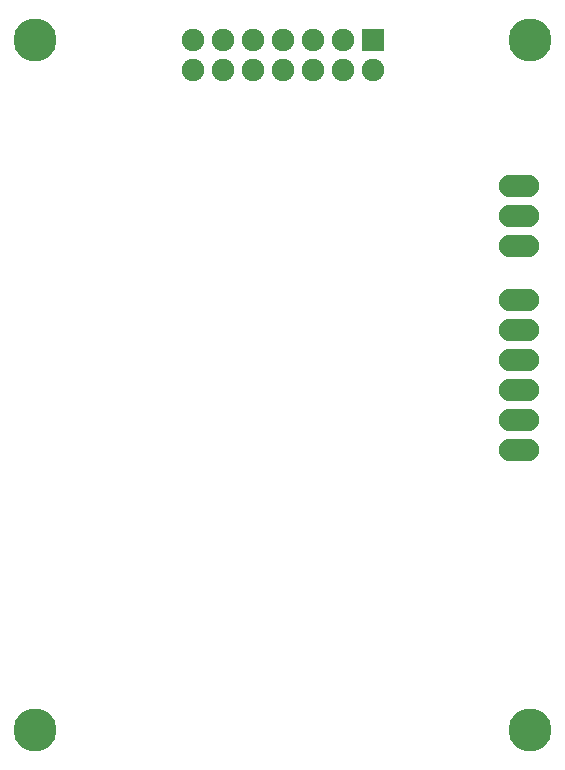
<source format=gbr>
G04 #@! TF.FileFunction,Soldermask,Bot*
%FSLAX46Y46*%
G04 Gerber Fmt 4.6, Leading zero omitted, Abs format (unit mm)*
G04 Created by KiCad (PCBNEW 4.0.4-stable) date 10/06/16 01:12:16*
%MOMM*%
%LPD*%
G01*
G04 APERTURE LIST*
%ADD10C,0.100000*%
%ADD11O,3.414980X1.906220*%
%ADD12R,1.898600X1.898600*%
%ADD13C,1.898600*%
%ADD14C,3.651200*%
G04 APERTURE END LIST*
D10*
D11*
X147015200Y-84759800D03*
X147015200Y-87299800D03*
X147015200Y-89839800D03*
X147015200Y-94361000D03*
X147015200Y-96901000D03*
X147015200Y-99441000D03*
X147015200Y-101981000D03*
X147015200Y-104521000D03*
X147015200Y-107061000D03*
D12*
X134620000Y-72390000D03*
D13*
X134620000Y-74930000D03*
X132080000Y-72390000D03*
X132080000Y-74930000D03*
X129540000Y-72390000D03*
X129540000Y-74930000D03*
X127000000Y-72390000D03*
X127000000Y-74930000D03*
X124460000Y-72390000D03*
X124460000Y-74930000D03*
X121920000Y-72390000D03*
X121920000Y-74930000D03*
X119380000Y-72390000D03*
X119380000Y-74930000D03*
D14*
X147955000Y-130810000D03*
X147955000Y-72390000D03*
X106045000Y-72390000D03*
X106045000Y-130810000D03*
M02*

</source>
